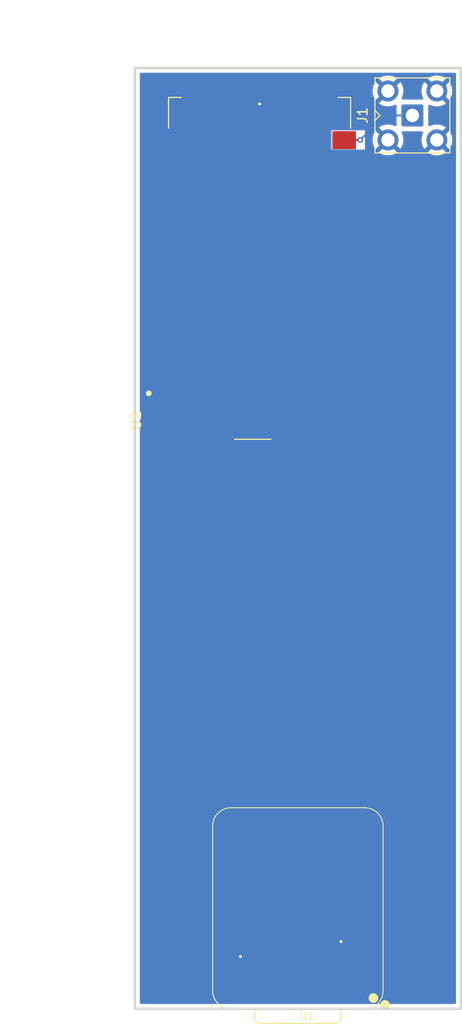
<source format=kicad_pcb>
(kicad_pcb (version 20240108) (generator "pcbnew") (generator_version "8.0")
  (layers (0 "F.Cu" signal) (31 "B.Cu" signal) (34 "B.Paste" user) (35 "F.Paste" user) (36 "B.SilkS" user "B.Silkscreen") (37 "F.SilkS" user "F.Silkscreen") (38 "B.Mask" user) (39 "F.Mask" user) (44 "Edge.Cuts" user))
  (net 0 "")
  (net 18 "DRA_RX")
  (net 19 "DRA_TX")
  (net 20 "GND")
  (net 21 "VBAT")
  (net 22 "USB_5V")
  (net 23 "ESP_3V3")
  (net 24 "Net-(U1-PA5_A9_D9_MISO)")
  (net 25 "Net-(U1-PA6_A10_D10_MOSI)")
  (net 26 "Net-(U1-PA7_A8_D8_SCK)")
  (net 27 "Net-(J1-In)")
  (footprint "Connector_Coaxial:SMA_BAT_Wireless_BWSMA-KWE-Z001" (layer "F.Cu") (at 128.95 56.95)
    (property "Reference" "J1" (at -5.2 0 90) (layer "F.SilkS"))
    (property "Value" "Conn_Coaxial")
    (fp_line (start -3.885 0.5) (end -3.385 0) (stroke (width 0.12)) (layer "F.SilkS"))
    (fp_line (start -3.385 0) (end -3.885 -0.5) (stroke (width 0.12)) (layer "F.SilkS"))
    (fp_rect (start -3.91 -3.91) (end 3.91 3.91) (stroke (width 0.12)) (fill none) (layer "F.SilkS"))
    (pad "1" thru_hole roundrect (at 0 0) (size 2.3 2.3) (drill 1.4) (layers "*.Cu" "*.Mask") (roundrect_rratio 0.087) (net 27 "Net-(J1-In)"))
    (pad "2" thru_hole circle (at -2.55 -2.55) (size 2.2 2.2) (drill 1.4) (layers "*.Cu" "*.Mask") (net 20 "GND"))
    (pad "2" thru_hole circle (at -2.55 2.55) (size 2.2 2.2) (drill 1.4) (layers "*.Cu" "*.Mask") (net 20 "GND"))
    (pad "2" thru_hole circle (at 2.55 -2.55) (size 2.2 2.2) (drill 1.4) (layers "*.Cu" "*.Mask") (net 20 "GND"))
    (pad "2" thru_hole circle (at 2.55 2.55) (size 2.2 2.2) (drill 1.4) (layers "*.Cu" "*.Mask") (net 20 "GND"))
  )
  (footprint "KiCadFootprints:XIAO-ESP32-S3-SMD_PAD" (layer "F.Cu") (at 125.88695 128.978 180)
    (property "Reference" "U1" (at 7.112 -21.336 0) (layer "F.SilkS") (effects (font (size 0.78232 0.78232) (thickness 0.10668)) (justify right top)))
    (property "Value" "XIAO-ESP32-S3-SMD")
    (fp_line (start 17.78 -1.987) (end 17.78 -19.132) (stroke (width 0.1)) (layer "F.SilkS"))
    (fp_line (start 15.875 -21.037) (end 1.905 -21.037) (stroke (width 0.1)) (layer "F.SilkS"))
    (fp_line (start 13.394 -22.047) (end 13.394 -21.037) (stroke (width 0.127)) (layer "F.SilkS"))
    (fp_line (start 4.898728 -22.547) (end 12.894 -22.547) (stroke (width 0.127)) (layer "F.SilkS"))
    (fp_line (start 4.395 -21.037) (end 4.398728 -22.047272) (stroke (width 0.127)) (layer "F.SilkS"))
    (fp_line (start 1.905 -0.082) (end 15.875 -0.082) (stroke (width 0.1)) (layer "F.SilkS"))
    (fp_line (start 0 -1.987) (end 0 -19.132) (stroke (width 0.1)) (layer "F.SilkS"))
    (fp_arc (start 17.78 -1.987) (mid 17.222038 -0.639962) (end 15.875 -0.082) (stroke (width 0.1)) (layer "F.SilkS"))
    (fp_arc (start 15.875 -21.037) (mid 17.222038 -20.479038) (end 17.78 -19.132) (stroke (width 0.1)) (layer "F.SilkS"))
    (fp_arc (start 12.894 -22.547) (mid 13.247553 -22.400553) (end 13.394 -22.047) (stroke (width 0.127)) (layer "F.SilkS"))
    (fp_arc (start 4.398728 -22.047272) (mid 4.545276 -22.400644) (end 4.898728 -22.547) (stroke (width 0.127)) (layer "F.SilkS"))
    (fp_arc (start 1.905 -0.082) (mid 0.557962 -0.639962) (end 0 -1.987) (stroke (width 0.1)) (layer "F.SilkS"))
    (fp_arc (start 0 -19.136) (mid 0.557962 -20.483038) (end 1.905 -21.041) (stroke (width 0.1)) (layer "F.SilkS"))
    (fp_circle (center 1.007 -19.898) (end 1.007 -20.152) (stroke (width 0.5)) (fill solid) (layer "F.SilkS"))
    (fp_circle (center -0.21 -20.621) (end -0.21 -20.875) (stroke (width 0.5)) (fill solid) (layer "F.SilkS"))
    (pad "1" smd roundrect (at 0.835 -18.12 180) (size 2.75 2) (layers "F.Cu" "F.Paste" "F.Mask") (net 18 "DRA_RX"))
    (pad "2" smd roundrect (at 0.835 -15.58 180) (size 2.75 2) (layers "F.Cu" "F.Paste" "F.Mask") (net 19 "DRA_TX"))
    (pad "3" smd roundrect (at 0.835 -13.04 180) (size 2.75 2) (layers "F.Cu" "F.Paste" "F.Mask"))
    (pad "4" smd roundrect (at 0.835 -10.5 180) (size 2.75 2) (layers "F.Cu" "F.Paste" "F.Mask"))
    (pad "5" smd roundrect (at 0.835 -7.96 180) (size 2.75 2) (layers "F.Cu" "F.Paste" "F.Mask"))
    (pad "6" smd roundrect (at 0.835 -5.42 180) (size 2.75 2) (layers "F.Cu" "F.Paste" "F.Mask"))
    (pad "7" smd roundrect (at 0.835 -2.88 180) (size 2.75 2) (layers "F.Cu" "F.Paste" "F.Mask"))
    (pad "8" smd roundrect (at 17 -2.88 180) (size 2.75 2) (layers "F.Cu" "F.Paste" "F.Mask"))
    (pad "9" smd roundrect (at 17 -5.42 180) (size 2.75 2) (layers "F.Cu" "F.Paste" "F.Mask") (net 26 "Net-(U1-PA7_A8_D8_SCK)"))
    (pad "10" smd roundrect (at 17 -7.96 180) (size 2.75 2) (layers "F.Cu" "F.Paste" "F.Mask") (net 24 "Net-(U1-PA5_A9_D9_MISO)"))
    (pad "11" smd roundrect (at 17 -10.5 180) (size 2.75 2) (layers "F.Cu" "F.Paste" "F.Mask") (net 25 "Net-(U1-PA6_A10_D10_MOSI)"))
    (pad "12" smd roundrect (at 17 -13.04 180) (size 2.75 2) (layers "F.Cu" "F.Paste" "F.Mask") (net 23 "ESP_3V3"))
    (pad "13" smd roundrect (at 17 -15.58 180) (size 2.75 2) (layers "F.Cu" "F.Paste" "F.Mask") (net 20 "GND"))
    (pad "14" smd roundrect (at 17 -18.12 180) (size 2.75 2) (layers "F.Cu" "F.Paste" "F.Mask") (net 22 "USB_5V"))
    (pad "15" smd roundrect (at 4.445 -10.882) (size 2.5 1.1) (layers "F.Cu" "F.Paste" "F.Mask") (net 21 "VBAT"))
    (pad "16" smd roundrect (at 4.445 -12.787) (size 2.5 1.1) (layers "F.Cu" "F.Paste" "F.Mask") (net 20 "GND"))
    (pad "17" smd circle (at 7.62 -19.132 180) (size 1.7 1.7) (layers "F.Cu" "F.Paste" "F.Mask"))
    (pad "18" smd circle (at 10.16 -19.132 180) (size 1.7 1.7) (layers "F.Cu" "F.Paste" "F.Mask"))
    (pad "19" smd circle (at 7.62 -16.592 180) (size 1.7 1.7) (layers "F.Cu" "F.Paste" "F.Mask"))
    (pad "20" smd circle (at 10.16 -16.592 180) (size 1.7 1.7) (layers "F.Cu" "F.Paste" "F.Mask") (net 20 "GND"))
    (pad "21" smd circle (at 7.62 -14.052 180) (size 1.7 1.7) (layers "F.Cu" "F.Paste" "F.Mask"))
    (pad "22" smd circle (at 10.16 -14.052 180) (size 1.7 1.7) (layers "F.Cu" "F.Paste" "F.Mask"))
    (pad "23" smd circle (at 7.62 -11.512 180) (size 1.7 1.7) (layers "F.Cu" "F.Paste" "F.Mask"))
    (pad "24" smd circle (at 10.16 -11.512 180) (size 1.7 1.7) (layers "F.Cu" "F.Paste" "F.Mask"))
    (pad "25" smd roundrect (at 10.01 -8.5 180) (size 2.75 2.5) (layers "F.Cu" "F.Paste" "F.Mask"))
  )
  (footprint "KiCadFootprints:DORJI_DRA818V" (layer "F.Cu") (at 113 72.875 90)
    (property "Reference" "U2" (at -15.83525 -12.89331 90) (layer "F.SilkS") (effects (font (size 1.000646 1.000646))))
    (property "Value" "DRA818V")
    (fp_line (start 17.8 -9.5) (end 17.8 -8.2) (stroke (width 0.127)) (layer "F.SilkS"))
    (fp_line (start 14.6 -9.5) (end 17.8 -9.5) (stroke (width 0.127)) (layer "F.SilkS"))
    (fp_line (start -17.8 -2.6) (end -17.8 1.2) (stroke (width 0.127)) (layer "F.SilkS"))
    (fp_line (start 17.8 8.2) (end 17.8 9.5) (stroke (width 0.127)) (layer "F.SilkS"))
    (fp_line (start 17.8 9.5) (end 14.6 9.5) (stroke (width 0.127)) (layer "F.SilkS"))
    (fp_circle (center -13.02 -11.56) (end -12.87 -11.56) (stroke (width 0.3)) (fill none) (layer "F.SilkS"))
    (pad "1" smd rect (at -13.35 -8.825 90) (size 1.88 2.47) (layers "F.Cu" "F.Paste" "F.Mask"))
    (pad "2" smd rect (at -8.9 -8.825 90) (size 1.88 2.47) (layers "F.Cu" "F.Paste" "F.Mask"))
    (pad "3" smd rect (at -4.45 -8.825 90) (size 1.88 2.47) (layers "F.Cu" "F.Paste" "F.Mask"))
    (pad "4" smd rect (at 0 -8.825 90) (size 1.88 2.47) (layers "F.Cu" "F.Paste" "F.Mask"))
    (pad "5" smd rect (at 4.45 -8.825 90) (size 1.88 2.47) (layers "F.Cu" "F.Paste" "F.Mask") (net 26 "Net-(U1-PA7_A8_D8_SCK)"))
    (pad "6" smd rect (at 8.9 -8.825 90) (size 1.88 2.47) (layers "F.Cu" "F.Paste" "F.Mask") (net 24 "Net-(U1-PA5_A9_D9_MISO)"))
    (pad "7" smd rect (at 13.35 -8.825 90) (size 1.88 2.47) (layers "F.Cu" "F.Paste" "F.Mask") (net 25 "Net-(U1-PA6_A10_D10_MOSI)"))
    (pad "8" smd rect (at 17.125 -6.9 90) (size 2.47 1.88) (layers "F.Cu" "F.Paste" "F.Mask") (net 23 "ESP_3V3"))
    (pad "9" smd rect (at 17.125 -2.3 90) (size 2.47 1.88) (layers "F.Cu" "F.Paste" "F.Mask") (net 20 "GND"))
    (pad "10" smd rect (at 17.125 2.3 90) (size 2.47 1.88) (layers "F.Cu" "F.Paste" "F.Mask") (net 20 "GND"))
    (pad "11" smd rect (at 17.125 6.9 90) (size 2.47 1.88) (layers "F.Cu" "F.Paste" "F.Mask"))
    (pad "12" smd rect (at 13.35 8.825 90) (size 1.88 2.47) (layers "F.Cu" "F.Paste" "F.Mask") (net 27 "Net-(J1-In)"))
    (pad "13" smd rect (at 8.9 8.825 90) (size 1.88 2.47) (layers "F.Cu" "F.Paste" "F.Mask"))
    (pad "14" smd rect (at 4.45 8.825 90) (size 1.88 2.47) (layers "F.Cu" "F.Paste" "F.Mask"))
    (pad "15" smd rect (at 0 8.825 90) (size 1.88 2.47) (layers "F.Cu" "F.Paste" "F.Mask"))
    (pad "16" smd rect (at -4.45 8.825 90) (size 1.88 2.47) (layers "F.Cu" "F.Paste" "F.Mask") (net 18 "DRA_RX"))
    (pad "17" smd rect (at -8.9 8.825 90) (size 1.88 2.47) (layers "F.Cu" "F.Paste" "F.Mask") (net 19 "DRA_TX"))
    (pad "18" smd rect (at -13.35 8.825 90) (size 1.88 2.47) (layers "F.Cu" "F.Paste" "F.Mask"))
    (pad "P2" smd rect (at -17.125 -6.2 90) (size 1.8 6.6) (layers "F.Cu" "F.Paste" "F.Mask"))
    (pad "P3" smd rect (at -17.125 5.5 90) (size 1.8 8) (layers "F.Cu" "F.Paste" "F.Mask"))
  )
  (gr_line (start 133.9999 150) (end 100 150) (stroke (width 0.254)) (layer "Edge.Cuts"))
  (gr_line (start 100 52.0002) (end 133.9999 52.0002) (stroke (width 0.254)) (layer "Edge.Cuts"))
  (gr_line (start 133.9999 52.0002) (end 133.9999 150) (stroke (width 0.254)) (layer "Edge.Cuts"))
  (gr_line (start 100 150) (end 100 52.0002) (stroke (width 0.254)) (layer "Edge.Cuts"))
  (segment (start 121.825 77.325) (end 127.12695 82.62695) (width 0.2) (layer "F.Cu") (net 18))
  (segment (start 127.12695 82.62695) (end 127.12695 145.023) (width 0.2) (layer "F.Cu") (net 18))
  (segment (start 127.12695 145.023) (end 125.05195 147.098) (width 0.2) (layer "F.Cu") (net 18))
  (segment (start 126.72695 142.883) (end 126.72695 86.67695) (width 0.2) (layer "F.Cu") (net 19))
  (segment (start 125.05195 144.558) (end 126.72695 142.883) (width 0.2) (layer "F.Cu") (net 19))
  (segment (start 126.72695 86.67695) (end 121.825 81.775) (width 0.2) (layer "F.Cu") (net 19))
  (segment (start 108.88695 144.558) (end 108.34495 145.1) (width 0.2) (layer "F.Cu") (net 20))
  (segment (start 111 144.558) (end 108.88695 144.558) (width 0.2) (layer "F.Cu") (net 20))
  (segment (start 113 55.75) (end 115.3 55.75) (width 0.2) (layer "F.Cu") (net 20))
  (segment (start 115.72695 145.57) (end 112.012 145.57) (width 0.2) (layer "F.Cu") (net 20))
  (segment (start 121.44195 142.94195) (end 121.5 143) (width 0.2) (layer "F.Cu") (net 20))
  (segment (start 112.012 145.57) (end 111 144.558) (width 0.2) (layer "F.Cu") (net 20))
  (segment (start 113 55.75) (end 110.7 55.75) (width 0.2) (layer "F.Cu") (net 20))
  (segment (start 121.44195 141.765) (end 121.44195 142.94195) (width 0.2) (layer "F.Cu") (net 20))
  (via (at 121.5 143) (size 0.6) (drill 0.3) (layers "F.Cu" "B.Cu") (net 20))
  (via (at 113 55.75) (size 0.6) (drill 0.3) (layers "F.Cu" "B.Cu") (net 20))
  (via (at 111 144.558) (size 0.6) (drill 0.3) (layers "F.Cu" "B.Cu") (net 20))
  (segment (start 106.1 84.5) (end 106.1 55.75) (width 0.2) (layer "F.Cu") (net 23))
  (segment (start 110.56195 140.343) (end 110.56195 88.96195) (width 0.2) (layer "F.Cu") (net 23))
  (segment (start 108.88695 142.018) (end 110.56195 140.343) (width 0.2) (layer "F.Cu") (net 23))
  (segment (start 110.56195 88.96195) (end 106.1 84.5) (width 0.2) (layer "F.Cu") (net 23))
  (segment (start 102.24 65.91) (end 102.24 130.29105) (width 0.2) (layer "F.Cu") (net 24))
  (segment (start 104.175 63.975) (end 102.24 65.91) (width 0.2) (layer "F.Cu") (net 24))
  (segment (start 102.24 130.29105) (end 108.88695 136.938) (width 0.2) (layer "F.Cu") (net 24))
  (segment (start 104.175 59.525) (end 101.84 61.86) (width 0.2) (layer "F.Cu") (net 25))
  (segment (start 101.84 61.86) (end 101.84 132.43105) (width 0.2) (layer "F.Cu") (net 25))
  (segment (start 101.84 132.43105) (end 108.88695 139.478) (width 0.2) (layer "F.Cu") (net 25))
  (segment (start 104.175 68.425) (end 102.64 69.96) (width 0.2) (layer "F.Cu") (net 26))
  (segment (start 102.64 128.15105) (end 108.88695 134.398) (width 0.2) (layer "F.Cu") (net 26))
  (segment (start 102.64 69.96) (end 102.64 128.15105) (width 0.2) (layer "F.Cu") (net 26))
  (segment (start 123.5 59.5) (end 121.85 59.5) (width 0.2) (layer "F.Cu") (net 27))
  (segment (start 121.85 59.5) (end 121.825 59.525) (width 0.2) (layer "F.Cu") (net 27))
  (via (at 128.95 56.95) (size 0.6) (drill 0.3) (layers "F.Cu" "B.Cu") (net 27))
  (via (at 123.5 59.5) (size 0.6) (drill 0.3) (layers "F.Cu" "B.Cu") (net 27))
  (segment (start 126.05 56.95) (end 123.5 59.5) (width 0.2) (layer "B.Cu") (net 27))
  (segment (start 128.95 56.95) (end 126.05 56.95) (width 0.2) (layer "B.Cu") (net 27))
  (zone (net 0) (net_name "") (layer "B.Cu") (connect_pads thru_hole_only (clearance 0)) (min_thickness 0.25)
    (keepout (tracks allowed) (vias allowed) (pads allowed) (copperpour not_allowed) (footprints allowed))
    (fill (thermal_gap 0.5) (thermal_bridge_width 0.5))
    (polygon (pts (xy 120.5 58.5) (xy 124 58.5) (xy 124 60.5) (xy 120.5 60.5)))
  )
  (zone (net 20) (net_name "GND") (layer "B.Cu") (connect_pads thru_hole_only (clearance 0.5)) (min_thickness 0.25) (fill yes (thermal_gap 0.5) (thermal_bridge_width 0.5))
    (polygon (pts (xy 134 150) (xy 100 150) (xy 100 52) (xy 134 52)))
  )
  (zone (net 0) (net_name "") (layer "B.Cu") (connect_pads thru_hole_only (clearance 0)) (min_thickness 0.25)
    (keepout (tracks allowed) (vias allowed) (pads allowed) (copperpour not_allowed) (footprints allowed))
    (fill (thermal_gap 0.5) (thermal_bridge_width 0.5))
    (polygon (pts (xy 130.5 58.5) (xy 130.5 55.5) (xy 127.5 55.5) (xy 127.5 58.5)))
  )
)
</source>
